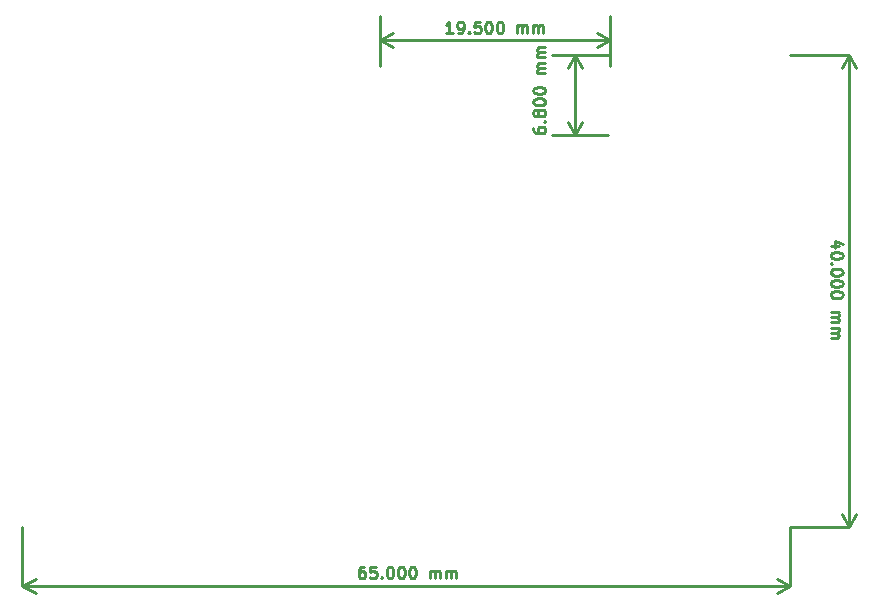
<source format=gbr>
G04 #@! TF.FileFunction,Drawing*
%FSLAX46Y46*%
G04 Gerber Fmt 4.6, Leading zero omitted, Abs format (unit mm)*
G04 Created by KiCad (PCBNEW 4.0.6) date Sun Aug 12 18:17:32 2018*
%MOMM*%
%LPD*%
G01*
G04 APERTURE LIST*
%ADD10C,0.100000*%
%ADD11C,0.250000*%
G04 APERTURE END LIST*
D10*
D11*
X28933334Y-3352381D02*
X28742857Y-3352381D01*
X28647619Y-3400000D01*
X28600000Y-3447619D01*
X28504762Y-3590476D01*
X28457143Y-3780952D01*
X28457143Y-4161905D01*
X28504762Y-4257143D01*
X28552381Y-4304762D01*
X28647619Y-4352381D01*
X28838096Y-4352381D01*
X28933334Y-4304762D01*
X28980953Y-4257143D01*
X29028572Y-4161905D01*
X29028572Y-3923810D01*
X28980953Y-3828571D01*
X28933334Y-3780952D01*
X28838096Y-3733333D01*
X28647619Y-3733333D01*
X28552381Y-3780952D01*
X28504762Y-3828571D01*
X28457143Y-3923810D01*
X29933334Y-3352381D02*
X29457143Y-3352381D01*
X29409524Y-3828571D01*
X29457143Y-3780952D01*
X29552381Y-3733333D01*
X29790477Y-3733333D01*
X29885715Y-3780952D01*
X29933334Y-3828571D01*
X29980953Y-3923810D01*
X29980953Y-4161905D01*
X29933334Y-4257143D01*
X29885715Y-4304762D01*
X29790477Y-4352381D01*
X29552381Y-4352381D01*
X29457143Y-4304762D01*
X29409524Y-4257143D01*
X30409524Y-4257143D02*
X30457143Y-4304762D01*
X30409524Y-4352381D01*
X30361905Y-4304762D01*
X30409524Y-4257143D01*
X30409524Y-4352381D01*
X31076190Y-3352381D02*
X31171429Y-3352381D01*
X31266667Y-3400000D01*
X31314286Y-3447619D01*
X31361905Y-3542857D01*
X31409524Y-3733333D01*
X31409524Y-3971429D01*
X31361905Y-4161905D01*
X31314286Y-4257143D01*
X31266667Y-4304762D01*
X31171429Y-4352381D01*
X31076190Y-4352381D01*
X30980952Y-4304762D01*
X30933333Y-4257143D01*
X30885714Y-4161905D01*
X30838095Y-3971429D01*
X30838095Y-3733333D01*
X30885714Y-3542857D01*
X30933333Y-3447619D01*
X30980952Y-3400000D01*
X31076190Y-3352381D01*
X32028571Y-3352381D02*
X32123810Y-3352381D01*
X32219048Y-3400000D01*
X32266667Y-3447619D01*
X32314286Y-3542857D01*
X32361905Y-3733333D01*
X32361905Y-3971429D01*
X32314286Y-4161905D01*
X32266667Y-4257143D01*
X32219048Y-4304762D01*
X32123810Y-4352381D01*
X32028571Y-4352381D01*
X31933333Y-4304762D01*
X31885714Y-4257143D01*
X31838095Y-4161905D01*
X31790476Y-3971429D01*
X31790476Y-3733333D01*
X31838095Y-3542857D01*
X31885714Y-3447619D01*
X31933333Y-3400000D01*
X32028571Y-3352381D01*
X32980952Y-3352381D02*
X33076191Y-3352381D01*
X33171429Y-3400000D01*
X33219048Y-3447619D01*
X33266667Y-3542857D01*
X33314286Y-3733333D01*
X33314286Y-3971429D01*
X33266667Y-4161905D01*
X33219048Y-4257143D01*
X33171429Y-4304762D01*
X33076191Y-4352381D01*
X32980952Y-4352381D01*
X32885714Y-4304762D01*
X32838095Y-4257143D01*
X32790476Y-4161905D01*
X32742857Y-3971429D01*
X32742857Y-3733333D01*
X32790476Y-3542857D01*
X32838095Y-3447619D01*
X32885714Y-3400000D01*
X32980952Y-3352381D01*
X34504762Y-4352381D02*
X34504762Y-3685714D01*
X34504762Y-3780952D02*
X34552381Y-3733333D01*
X34647619Y-3685714D01*
X34790477Y-3685714D01*
X34885715Y-3733333D01*
X34933334Y-3828571D01*
X34933334Y-4352381D01*
X34933334Y-3828571D02*
X34980953Y-3733333D01*
X35076191Y-3685714D01*
X35219048Y-3685714D01*
X35314286Y-3733333D01*
X35361905Y-3828571D01*
X35361905Y-4352381D01*
X35838095Y-4352381D02*
X35838095Y-3685714D01*
X35838095Y-3780952D02*
X35885714Y-3733333D01*
X35980952Y-3685714D01*
X36123810Y-3685714D01*
X36219048Y-3733333D01*
X36266667Y-3828571D01*
X36266667Y-4352381D01*
X36266667Y-3828571D02*
X36314286Y-3733333D01*
X36409524Y-3685714D01*
X36552381Y-3685714D01*
X36647619Y-3733333D01*
X36695238Y-3828571D01*
X36695238Y-4352381D01*
X65000000Y-5000000D02*
X0Y-5000000D01*
X65000000Y0D02*
X65000000Y-5000000D01*
X0Y0D02*
X0Y-5000000D01*
X0Y-5000000D02*
X1126504Y-4413579D01*
X0Y-5000000D02*
X1126504Y-5586421D01*
X65000000Y-5000000D02*
X63873496Y-4413579D01*
X65000000Y-5000000D02*
X63873496Y-5586421D01*
X69114286Y23766666D02*
X68447619Y23766666D01*
X69495238Y24004762D02*
X68780952Y24242857D01*
X68780952Y23623809D01*
X69447619Y23052381D02*
X69447619Y22957142D01*
X69400000Y22861904D01*
X69352381Y22814285D01*
X69257143Y22766666D01*
X69066667Y22719047D01*
X68828571Y22719047D01*
X68638095Y22766666D01*
X68542857Y22814285D01*
X68495238Y22861904D01*
X68447619Y22957142D01*
X68447619Y23052381D01*
X68495238Y23147619D01*
X68542857Y23195238D01*
X68638095Y23242857D01*
X68828571Y23290476D01*
X69066667Y23290476D01*
X69257143Y23242857D01*
X69352381Y23195238D01*
X69400000Y23147619D01*
X69447619Y23052381D01*
X68542857Y22290476D02*
X68495238Y22242857D01*
X68447619Y22290476D01*
X68495238Y22338095D01*
X68542857Y22290476D01*
X68447619Y22290476D01*
X69447619Y21623810D02*
X69447619Y21528571D01*
X69400000Y21433333D01*
X69352381Y21385714D01*
X69257143Y21338095D01*
X69066667Y21290476D01*
X68828571Y21290476D01*
X68638095Y21338095D01*
X68542857Y21385714D01*
X68495238Y21433333D01*
X68447619Y21528571D01*
X68447619Y21623810D01*
X68495238Y21719048D01*
X68542857Y21766667D01*
X68638095Y21814286D01*
X68828571Y21861905D01*
X69066667Y21861905D01*
X69257143Y21814286D01*
X69352381Y21766667D01*
X69400000Y21719048D01*
X69447619Y21623810D01*
X69447619Y20671429D02*
X69447619Y20576190D01*
X69400000Y20480952D01*
X69352381Y20433333D01*
X69257143Y20385714D01*
X69066667Y20338095D01*
X68828571Y20338095D01*
X68638095Y20385714D01*
X68542857Y20433333D01*
X68495238Y20480952D01*
X68447619Y20576190D01*
X68447619Y20671429D01*
X68495238Y20766667D01*
X68542857Y20814286D01*
X68638095Y20861905D01*
X68828571Y20909524D01*
X69066667Y20909524D01*
X69257143Y20861905D01*
X69352381Y20814286D01*
X69400000Y20766667D01*
X69447619Y20671429D01*
X69447619Y19719048D02*
X69447619Y19623809D01*
X69400000Y19528571D01*
X69352381Y19480952D01*
X69257143Y19433333D01*
X69066667Y19385714D01*
X68828571Y19385714D01*
X68638095Y19433333D01*
X68542857Y19480952D01*
X68495238Y19528571D01*
X68447619Y19623809D01*
X68447619Y19719048D01*
X68495238Y19814286D01*
X68542857Y19861905D01*
X68638095Y19909524D01*
X68828571Y19957143D01*
X69066667Y19957143D01*
X69257143Y19909524D01*
X69352381Y19861905D01*
X69400000Y19814286D01*
X69447619Y19719048D01*
X68447619Y18195238D02*
X69114286Y18195238D01*
X69019048Y18195238D02*
X69066667Y18147619D01*
X69114286Y18052381D01*
X69114286Y17909523D01*
X69066667Y17814285D01*
X68971429Y17766666D01*
X68447619Y17766666D01*
X68971429Y17766666D02*
X69066667Y17719047D01*
X69114286Y17623809D01*
X69114286Y17480952D01*
X69066667Y17385714D01*
X68971429Y17338095D01*
X68447619Y17338095D01*
X68447619Y16861905D02*
X69114286Y16861905D01*
X69019048Y16861905D02*
X69066667Y16814286D01*
X69114286Y16719048D01*
X69114286Y16576190D01*
X69066667Y16480952D01*
X68971429Y16433333D01*
X68447619Y16433333D01*
X68971429Y16433333D02*
X69066667Y16385714D01*
X69114286Y16290476D01*
X69114286Y16147619D01*
X69066667Y16052381D01*
X68971429Y16004762D01*
X68447619Y16004762D01*
X70000000Y40000000D02*
X70000000Y0D01*
X65000000Y40000000D02*
X70000000Y40000000D01*
X65000000Y0D02*
X70000000Y0D01*
X70000000Y0D02*
X69413579Y1126504D01*
X70000000Y0D02*
X70586421Y1126504D01*
X70000000Y40000000D02*
X69413579Y38873496D01*
X70000000Y40000000D02*
X70586421Y38873496D01*
X43252381Y33809525D02*
X43252381Y33619048D01*
X43300000Y33523810D01*
X43347619Y33476191D01*
X43490476Y33380953D01*
X43680952Y33333334D01*
X44061905Y33333334D01*
X44157143Y33380953D01*
X44204762Y33428572D01*
X44252381Y33523810D01*
X44252381Y33714287D01*
X44204762Y33809525D01*
X44157143Y33857144D01*
X44061905Y33904763D01*
X43823810Y33904763D01*
X43728571Y33857144D01*
X43680952Y33809525D01*
X43633333Y33714287D01*
X43633333Y33523810D01*
X43680952Y33428572D01*
X43728571Y33380953D01*
X43823810Y33333334D01*
X44157143Y34333334D02*
X44204762Y34380953D01*
X44252381Y34333334D01*
X44204762Y34285715D01*
X44157143Y34333334D01*
X44252381Y34333334D01*
X43680952Y34952381D02*
X43633333Y34857143D01*
X43585714Y34809524D01*
X43490476Y34761905D01*
X43442857Y34761905D01*
X43347619Y34809524D01*
X43300000Y34857143D01*
X43252381Y34952381D01*
X43252381Y35142858D01*
X43300000Y35238096D01*
X43347619Y35285715D01*
X43442857Y35333334D01*
X43490476Y35333334D01*
X43585714Y35285715D01*
X43633333Y35238096D01*
X43680952Y35142858D01*
X43680952Y34952381D01*
X43728571Y34857143D01*
X43776190Y34809524D01*
X43871429Y34761905D01*
X44061905Y34761905D01*
X44157143Y34809524D01*
X44204762Y34857143D01*
X44252381Y34952381D01*
X44252381Y35142858D01*
X44204762Y35238096D01*
X44157143Y35285715D01*
X44061905Y35333334D01*
X43871429Y35333334D01*
X43776190Y35285715D01*
X43728571Y35238096D01*
X43680952Y35142858D01*
X43252381Y35952381D02*
X43252381Y36047620D01*
X43300000Y36142858D01*
X43347619Y36190477D01*
X43442857Y36238096D01*
X43633333Y36285715D01*
X43871429Y36285715D01*
X44061905Y36238096D01*
X44157143Y36190477D01*
X44204762Y36142858D01*
X44252381Y36047620D01*
X44252381Y35952381D01*
X44204762Y35857143D01*
X44157143Y35809524D01*
X44061905Y35761905D01*
X43871429Y35714286D01*
X43633333Y35714286D01*
X43442857Y35761905D01*
X43347619Y35809524D01*
X43300000Y35857143D01*
X43252381Y35952381D01*
X43252381Y36904762D02*
X43252381Y37000001D01*
X43300000Y37095239D01*
X43347619Y37142858D01*
X43442857Y37190477D01*
X43633333Y37238096D01*
X43871429Y37238096D01*
X44061905Y37190477D01*
X44157143Y37142858D01*
X44204762Y37095239D01*
X44252381Y37000001D01*
X44252381Y36904762D01*
X44204762Y36809524D01*
X44157143Y36761905D01*
X44061905Y36714286D01*
X43871429Y36666667D01*
X43633333Y36666667D01*
X43442857Y36714286D01*
X43347619Y36761905D01*
X43300000Y36809524D01*
X43252381Y36904762D01*
X44252381Y38428572D02*
X43585714Y38428572D01*
X43680952Y38428572D02*
X43633333Y38476191D01*
X43585714Y38571429D01*
X43585714Y38714287D01*
X43633333Y38809525D01*
X43728571Y38857144D01*
X44252381Y38857144D01*
X43728571Y38857144D02*
X43633333Y38904763D01*
X43585714Y39000001D01*
X43585714Y39142858D01*
X43633333Y39238096D01*
X43728571Y39285715D01*
X44252381Y39285715D01*
X44252381Y39761905D02*
X43585714Y39761905D01*
X43680952Y39761905D02*
X43633333Y39809524D01*
X43585714Y39904762D01*
X43585714Y40047620D01*
X43633333Y40142858D01*
X43728571Y40190477D01*
X44252381Y40190477D01*
X43728571Y40190477D02*
X43633333Y40238096D01*
X43585714Y40333334D01*
X43585714Y40476191D01*
X43633333Y40571429D01*
X43728571Y40619048D01*
X44252381Y40619048D01*
X46800000Y33200000D02*
X46800000Y40000000D01*
X49600000Y33200000D02*
X44800000Y33200000D01*
X49600000Y40000000D02*
X44800000Y40000000D01*
X46800000Y40000000D02*
X47386421Y38873496D01*
X46800000Y40000000D02*
X46213579Y38873496D01*
X46800000Y33200000D02*
X47386421Y34326504D01*
X46800000Y33200000D02*
X46213579Y34326504D01*
X36428572Y41797619D02*
X35857143Y41797619D01*
X36142857Y41797619D02*
X36142857Y42797619D01*
X36047619Y42654762D01*
X35952381Y42559524D01*
X35857143Y42511905D01*
X36904762Y41797619D02*
X37095238Y41797619D01*
X37190477Y41845238D01*
X37238096Y41892857D01*
X37333334Y42035714D01*
X37380953Y42226190D01*
X37380953Y42607143D01*
X37333334Y42702381D01*
X37285715Y42750000D01*
X37190477Y42797619D01*
X37000000Y42797619D01*
X36904762Y42750000D01*
X36857143Y42702381D01*
X36809524Y42607143D01*
X36809524Y42369048D01*
X36857143Y42273810D01*
X36904762Y42226190D01*
X37000000Y42178571D01*
X37190477Y42178571D01*
X37285715Y42226190D01*
X37333334Y42273810D01*
X37380953Y42369048D01*
X37809524Y41892857D02*
X37857143Y41845238D01*
X37809524Y41797619D01*
X37761905Y41845238D01*
X37809524Y41892857D01*
X37809524Y41797619D01*
X38761905Y42797619D02*
X38285714Y42797619D01*
X38238095Y42321429D01*
X38285714Y42369048D01*
X38380952Y42416667D01*
X38619048Y42416667D01*
X38714286Y42369048D01*
X38761905Y42321429D01*
X38809524Y42226190D01*
X38809524Y41988095D01*
X38761905Y41892857D01*
X38714286Y41845238D01*
X38619048Y41797619D01*
X38380952Y41797619D01*
X38285714Y41845238D01*
X38238095Y41892857D01*
X39428571Y42797619D02*
X39523810Y42797619D01*
X39619048Y42750000D01*
X39666667Y42702381D01*
X39714286Y42607143D01*
X39761905Y42416667D01*
X39761905Y42178571D01*
X39714286Y41988095D01*
X39666667Y41892857D01*
X39619048Y41845238D01*
X39523810Y41797619D01*
X39428571Y41797619D01*
X39333333Y41845238D01*
X39285714Y41892857D01*
X39238095Y41988095D01*
X39190476Y42178571D01*
X39190476Y42416667D01*
X39238095Y42607143D01*
X39285714Y42702381D01*
X39333333Y42750000D01*
X39428571Y42797619D01*
X40380952Y42797619D02*
X40476191Y42797619D01*
X40571429Y42750000D01*
X40619048Y42702381D01*
X40666667Y42607143D01*
X40714286Y42416667D01*
X40714286Y42178571D01*
X40666667Y41988095D01*
X40619048Y41892857D01*
X40571429Y41845238D01*
X40476191Y41797619D01*
X40380952Y41797619D01*
X40285714Y41845238D01*
X40238095Y41892857D01*
X40190476Y41988095D01*
X40142857Y42178571D01*
X40142857Y42416667D01*
X40190476Y42607143D01*
X40238095Y42702381D01*
X40285714Y42750000D01*
X40380952Y42797619D01*
X41904762Y41797619D02*
X41904762Y42464286D01*
X41904762Y42369048D02*
X41952381Y42416667D01*
X42047619Y42464286D01*
X42190477Y42464286D01*
X42285715Y42416667D01*
X42333334Y42321429D01*
X42333334Y41797619D01*
X42333334Y42321429D02*
X42380953Y42416667D01*
X42476191Y42464286D01*
X42619048Y42464286D01*
X42714286Y42416667D01*
X42761905Y42321429D01*
X42761905Y41797619D01*
X43238095Y41797619D02*
X43238095Y42464286D01*
X43238095Y42369048D02*
X43285714Y42416667D01*
X43380952Y42464286D01*
X43523810Y42464286D01*
X43619048Y42416667D01*
X43666667Y42321429D01*
X43666667Y41797619D01*
X43666667Y42321429D02*
X43714286Y42416667D01*
X43809524Y42464286D01*
X43952381Y42464286D01*
X44047619Y42416667D01*
X44095238Y42321429D01*
X44095238Y41797619D01*
X30250000Y41250000D02*
X49750000Y41250000D01*
X30250000Y39000000D02*
X30250000Y43250000D01*
X49750000Y39000000D02*
X49750000Y43250000D01*
X49750000Y41250000D02*
X48623496Y40663579D01*
X49750000Y41250000D02*
X48623496Y41836421D01*
X30250000Y41250000D02*
X31376504Y40663579D01*
X30250000Y41250000D02*
X31376504Y41836421D01*
M02*

</source>
